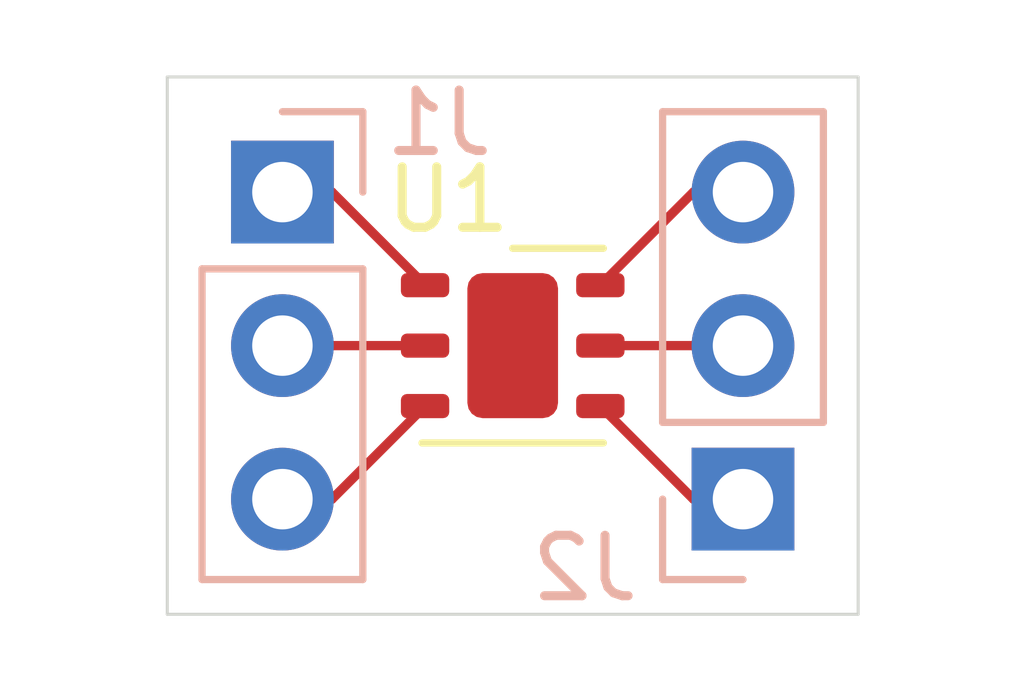
<source format=kicad_pcb>
(kicad_pcb (version 20171130) (host pcbnew "(5.1.2)-1")

  (general
    (thickness 1.6)
    (drawings 4)
    (tracks 10)
    (zones 0)
    (modules 3)
    (nets 7)
  )

  (page A4)
  (layers
    (0 F.Cu signal)
    (31 B.Cu signal)
    (32 B.Adhes user)
    (33 F.Adhes user)
    (34 B.Paste user)
    (35 F.Paste user)
    (36 B.SilkS user)
    (37 F.SilkS user)
    (38 B.Mask user)
    (39 F.Mask user)
    (40 Dwgs.User user)
    (41 Cmts.User user)
    (42 Eco1.User user)
    (43 Eco2.User user)
    (44 Edge.Cuts user)
    (45 Margin user)
    (46 B.CrtYd user)
    (47 F.CrtYd user)
    (48 B.Fab user)
    (49 F.Fab user)
  )

  (setup
    (last_trace_width 0.154)
    (user_trace_width 0.2)
    (user_trace_width 0.25)
    (trace_clearance 0.154)
    (zone_clearance 0.508)
    (zone_45_only no)
    (trace_min 0.1524)
    (via_size 0.69)
    (via_drill 0.34)
    (via_min_size 0.51)
    (via_min_drill 0.254)
    (user_via 0.51 0.3)
    (uvia_size 0.69)
    (uvia_drill 0.34)
    (uvias_allowed no)
    (uvia_min_size 0.51)
    (uvia_min_drill 0.254)
    (edge_width 0.05)
    (segment_width 0.2)
    (pcb_text_width 0.3)
    (pcb_text_size 1.5 1.5)
    (mod_edge_width 0.12)
    (mod_text_size 1 1)
    (mod_text_width 0.15)
    (pad_size 1.524 1.524)
    (pad_drill 0.762)
    (pad_to_mask_clearance 0.051)
    (solder_mask_min_width 0.25)
    (aux_axis_origin 0 0)
    (visible_elements 7FFFFFFF)
    (pcbplotparams
      (layerselection 0x010a8_7fffffff)
      (usegerberextensions false)
      (usegerberattributes false)
      (usegerberadvancedattributes false)
      (creategerberjobfile false)
      (excludeedgelayer true)
      (linewidth 0.100000)
      (plotframeref false)
      (viasonmask true)
      (mode 1)
      (useauxorigin false)
      (hpglpennumber 1)
      (hpglpenspeed 20)
      (hpglpendiameter 15.000000)
      (psnegative false)
      (psa4output false)
      (plotreference true)
      (plotvalue true)
      (plotinvisibletext false)
      (padsonsilk false)
      (subtractmaskfromsilk false)
      (outputformat 1)
      (mirror false)
      (drillshape 0)
      (scaleselection 1)
      (outputdirectory "gbr/"))
  )

  (net 0 "")
  (net 1 "Net-(J1-Pad3)")
  (net 2 "Net-(J1-Pad2)")
  (net 3 "Net-(J1-Pad1)")
  (net 4 "Net-(J2-Pad3)")
  (net 5 "Net-(J2-Pad2)")
  (net 6 "Net-(J2-Pad1)")

  (net_class Default "This is the default net class."
    (clearance 0.154)
    (trace_width 0.154)
    (via_dia 0.69)
    (via_drill 0.34)
    (uvia_dia 0.69)
    (uvia_drill 0.34)
    (add_net "Net-(J1-Pad1)")
    (add_net "Net-(J1-Pad2)")
    (add_net "Net-(J1-Pad3)")
    (add_net "Net-(J2-Pad1)")
    (add_net "Net-(J2-Pad2)")
    (add_net "Net-(J2-Pad3)")
  )

  (module Package_DFN_QFN:DFN-6-1EP_3x3mm_P1mm_EP1.5x2.4mm (layer F.Cu) (tedit 5B30B4F3) (tstamp 5DD0C720)
    (at 151.13 91.44)
    (descr "DFN, 6 Pin (https://www.silabs.com/documents/public/data-sheets/Si7020-A20.pdf), generated with kicad-footprint-generator ipc_dfn_qfn_generator.py")
    (tags "DFN DFN_QFN")
    (path /5DD13C4E)
    (attr smd)
    (fp_text reference U1 (at -1.0668 -2.413) (layer F.SilkS)
      (effects (font (size 1 1) (thickness 0.15)))
    )
    (fp_text value MCU (at 0 2.45) (layer F.Fab)
      (effects (font (size 1 1) (thickness 0.15)))
    )
    (fp_text user %R (at 0 0) (layer F.Fab)
      (effects (font (size 0.75 0.75) (thickness 0.11)))
    )
    (fp_line (start 2.1 -1.75) (end -2.1 -1.75) (layer F.CrtYd) (width 0.05))
    (fp_line (start 2.1 1.75) (end 2.1 -1.75) (layer F.CrtYd) (width 0.05))
    (fp_line (start -2.1 1.75) (end 2.1 1.75) (layer F.CrtYd) (width 0.05))
    (fp_line (start -2.1 -1.75) (end -2.1 1.75) (layer F.CrtYd) (width 0.05))
    (fp_line (start -1.5 -0.75) (end -0.75 -1.5) (layer F.Fab) (width 0.1))
    (fp_line (start -1.5 1.5) (end -1.5 -0.75) (layer F.Fab) (width 0.1))
    (fp_line (start 1.5 1.5) (end -1.5 1.5) (layer F.Fab) (width 0.1))
    (fp_line (start 1.5 -1.5) (end 1.5 1.5) (layer F.Fab) (width 0.1))
    (fp_line (start -0.75 -1.5) (end 1.5 -1.5) (layer F.Fab) (width 0.1))
    (fp_line (start -1.5 1.61) (end 1.5 1.61) (layer F.SilkS) (width 0.12))
    (fp_line (start 0 -1.61) (end 1.5 -1.61) (layer F.SilkS) (width 0.12))
    (pad 6 smd roundrect (at 1.45 -1) (size 0.8 0.4) (layers F.Cu F.Paste F.Mask) (roundrect_rratio 0.25)
      (net 6 "Net-(J2-Pad1)"))
    (pad 5 smd roundrect (at 1.45 0) (size 0.8 0.4) (layers F.Cu F.Paste F.Mask) (roundrect_rratio 0.25)
      (net 5 "Net-(J2-Pad2)"))
    (pad 4 smd roundrect (at 1.45 1) (size 0.8 0.4) (layers F.Cu F.Paste F.Mask) (roundrect_rratio 0.25)
      (net 4 "Net-(J2-Pad3)"))
    (pad 3 smd roundrect (at -1.45 1) (size 0.8 0.4) (layers F.Cu F.Paste F.Mask) (roundrect_rratio 0.25)
      (net 3 "Net-(J1-Pad1)"))
    (pad 2 smd roundrect (at -1.45 0) (size 0.8 0.4) (layers F.Cu F.Paste F.Mask) (roundrect_rratio 0.25)
      (net 2 "Net-(J1-Pad2)"))
    (pad 1 smd roundrect (at -1.45 -1) (size 0.8 0.4) (layers F.Cu F.Paste F.Mask) (roundrect_rratio 0.25)
      (net 1 "Net-(J1-Pad3)"))
    (pad "" smd roundrect (at 0.375 0.6) (size 0.6 0.97) (layers F.Paste) (roundrect_rratio 0.25))
    (pad "" smd roundrect (at 0.375 -0.6) (size 0.6 0.97) (layers F.Paste) (roundrect_rratio 0.25))
    (pad "" smd roundrect (at -0.375 0.6) (size 0.6 0.97) (layers F.Paste) (roundrect_rratio 0.25))
    (pad "" smd roundrect (at -0.375 -0.6) (size 0.6 0.97) (layers F.Paste) (roundrect_rratio 0.25))
    (pad 7 smd roundrect (at 0 0) (size 1.5 2.4) (layers F.Cu F.Mask) (roundrect_rratio 0.166667))
    (model ${KISYS3DMOD}/Package_DFN_QFN.3dshapes/DFN-6-1EP_3x3mm_P1mm_EP1.5x2.4mm.wrl
      (at (xyz 0 0 0))
      (scale (xyz 1 1 1))
      (rotate (xyz 0 0 0))
    )
  )

  (module Connector_PinHeader_2.54mm:PinHeader_1x03_P2.54mm_Vertical (layer B.Cu) (tedit 59FED5CC) (tstamp 5DD0C705)
    (at 154.94 93.98)
    (descr "Through hole straight pin header, 1x03, 2.54mm pitch, single row")
    (tags "Through hole pin header THT 1x03 2.54mm single row")
    (path /5DD1225A)
    (fp_text reference J2 (at -2.6162 1.143) (layer B.SilkS)
      (effects (font (size 1 1) (thickness 0.15)) (justify mirror))
    )
    (fp_text value Conn_01x03 (at 0 -7.41) (layer B.Fab)
      (effects (font (size 1 1) (thickness 0.15)) (justify mirror))
    )
    (fp_text user %R (at 0 -2.54 -90) (layer B.Fab)
      (effects (font (size 1 1) (thickness 0.15)) (justify mirror))
    )
    (fp_line (start 1.8 1.8) (end -1.8 1.8) (layer B.CrtYd) (width 0.05))
    (fp_line (start 1.8 -6.85) (end 1.8 1.8) (layer B.CrtYd) (width 0.05))
    (fp_line (start -1.8 -6.85) (end 1.8 -6.85) (layer B.CrtYd) (width 0.05))
    (fp_line (start -1.8 1.8) (end -1.8 -6.85) (layer B.CrtYd) (width 0.05))
    (fp_line (start -1.33 1.33) (end 0 1.33) (layer B.SilkS) (width 0.12))
    (fp_line (start -1.33 0) (end -1.33 1.33) (layer B.SilkS) (width 0.12))
    (fp_line (start -1.33 -1.27) (end 1.33 -1.27) (layer B.SilkS) (width 0.12))
    (fp_line (start 1.33 -1.27) (end 1.33 -6.41) (layer B.SilkS) (width 0.12))
    (fp_line (start -1.33 -1.27) (end -1.33 -6.41) (layer B.SilkS) (width 0.12))
    (fp_line (start -1.33 -6.41) (end 1.33 -6.41) (layer B.SilkS) (width 0.12))
    (fp_line (start -1.27 0.635) (end -0.635 1.27) (layer B.Fab) (width 0.1))
    (fp_line (start -1.27 -6.35) (end -1.27 0.635) (layer B.Fab) (width 0.1))
    (fp_line (start 1.27 -6.35) (end -1.27 -6.35) (layer B.Fab) (width 0.1))
    (fp_line (start 1.27 1.27) (end 1.27 -6.35) (layer B.Fab) (width 0.1))
    (fp_line (start -0.635 1.27) (end 1.27 1.27) (layer B.Fab) (width 0.1))
    (pad 3 thru_hole oval (at 0 -5.08) (size 1.7 1.7) (drill 1) (layers *.Cu *.Mask)
      (net 4 "Net-(J2-Pad3)"))
    (pad 2 thru_hole oval (at 0 -2.54) (size 1.7 1.7) (drill 1) (layers *.Cu *.Mask)
      (net 5 "Net-(J2-Pad2)"))
    (pad 1 thru_hole rect (at 0 0) (size 1.7 1.7) (drill 1) (layers *.Cu *.Mask)
      (net 6 "Net-(J2-Pad1)"))
    (model ${KISYS3DMOD}/Connector_PinHeader_2.54mm.3dshapes/PinHeader_1x03_P2.54mm_Vertical.wrl
      (at (xyz 0 0 0))
      (scale (xyz 1 1 1))
      (rotate (xyz 0 0 0))
    )
  )

  (module Connector_PinHeader_2.54mm:PinHeader_1x03_P2.54mm_Vertical (layer B.Cu) (tedit 59FED5CC) (tstamp 5DD0C6EE)
    (at 147.32 88.9 180)
    (descr "Through hole straight pin header, 1x03, 2.54mm pitch, single row")
    (tags "Through hole pin header THT 1x03 2.54mm single row")
    (path /5DD13842)
    (fp_text reference J1 (at -2.5908 1.143) (layer B.SilkS)
      (effects (font (size 1 1) (thickness 0.15)) (justify mirror))
    )
    (fp_text value Conn_01x03 (at 0 -7.41) (layer B.Fab)
      (effects (font (size 1 1) (thickness 0.15)) (justify mirror))
    )
    (fp_text user %R (at 0 -2.54 -90) (layer B.Fab)
      (effects (font (size 1 1) (thickness 0.15)) (justify mirror))
    )
    (fp_line (start 1.8 1.8) (end -1.8 1.8) (layer B.CrtYd) (width 0.05))
    (fp_line (start 1.8 -6.85) (end 1.8 1.8) (layer B.CrtYd) (width 0.05))
    (fp_line (start -1.8 -6.85) (end 1.8 -6.85) (layer B.CrtYd) (width 0.05))
    (fp_line (start -1.8 1.8) (end -1.8 -6.85) (layer B.CrtYd) (width 0.05))
    (fp_line (start -1.33 1.33) (end 0 1.33) (layer B.SilkS) (width 0.12))
    (fp_line (start -1.33 0) (end -1.33 1.33) (layer B.SilkS) (width 0.12))
    (fp_line (start -1.33 -1.27) (end 1.33 -1.27) (layer B.SilkS) (width 0.12))
    (fp_line (start 1.33 -1.27) (end 1.33 -6.41) (layer B.SilkS) (width 0.12))
    (fp_line (start -1.33 -1.27) (end -1.33 -6.41) (layer B.SilkS) (width 0.12))
    (fp_line (start -1.33 -6.41) (end 1.33 -6.41) (layer B.SilkS) (width 0.12))
    (fp_line (start -1.27 0.635) (end -0.635 1.27) (layer B.Fab) (width 0.1))
    (fp_line (start -1.27 -6.35) (end -1.27 0.635) (layer B.Fab) (width 0.1))
    (fp_line (start 1.27 -6.35) (end -1.27 -6.35) (layer B.Fab) (width 0.1))
    (fp_line (start 1.27 1.27) (end 1.27 -6.35) (layer B.Fab) (width 0.1))
    (fp_line (start -0.635 1.27) (end 1.27 1.27) (layer B.Fab) (width 0.1))
    (pad 3 thru_hole oval (at 0 -5.08 180) (size 1.7 1.7) (drill 1) (layers *.Cu *.Mask)
      (net 1 "Net-(J1-Pad3)"))
    (pad 2 thru_hole oval (at 0 -2.54 180) (size 1.7 1.7) (drill 1) (layers *.Cu *.Mask)
      (net 2 "Net-(J1-Pad2)"))
    (pad 1 thru_hole rect (at 0 0 180) (size 1.7 1.7) (drill 1) (layers *.Cu *.Mask)
      (net 3 "Net-(J1-Pad1)"))
    (model ${KISYS3DMOD}/Connector_PinHeader_2.54mm.3dshapes/PinHeader_1x03_P2.54mm_Vertical.wrl
      (at (xyz 0 0 0))
      (scale (xyz 1 1 1))
      (rotate (xyz 0 0 0))
    )
  )

  (gr_line (start 145.415 95.885) (end 145.415 86.995) (layer Edge.Cuts) (width 0.05) (tstamp 5DAB5536))
  (gr_line (start 156.845 95.885) (end 145.415 95.885) (layer Edge.Cuts) (width 0.05))
  (gr_line (start 156.845 86.995) (end 156.845 95.885) (layer Edge.Cuts) (width 0.05))
  (gr_line (start 145.415 86.995) (end 156.845 86.995) (layer Edge.Cuts) (width 0.05))

  (segment (start 148.14 88.9) (end 149.68 90.44) (width 0.154) (layer F.Cu) (net 1))
  (segment (start 147.32 88.9) (end 148.14 88.9) (width 0.154) (layer F.Cu) (net 1))
  (segment (start 147.32 91.44) (end 149.68 91.44) (width 0.154) (layer F.Cu) (net 2))
  (segment (start 148.14 93.98) (end 149.68 92.44) (width 0.154) (layer F.Cu) (net 3))
  (segment (start 147.32 93.98) (end 148.14 93.98) (width 0.154) (layer F.Cu) (net 3))
  (segment (start 154.12 93.98) (end 152.58 92.44) (width 0.154) (layer F.Cu) (net 4))
  (segment (start 154.94 93.98) (end 154.12 93.98) (width 0.154) (layer F.Cu) (net 4))
  (segment (start 154.94 91.44) (end 152.58 91.44) (width 0.154) (layer F.Cu) (net 5))
  (segment (start 154.12 88.9) (end 152.58 90.44) (width 0.154) (layer F.Cu) (net 6))
  (segment (start 154.94 88.9) (end 154.12 88.9) (width 0.154) (layer F.Cu) (net 6))

)

</source>
